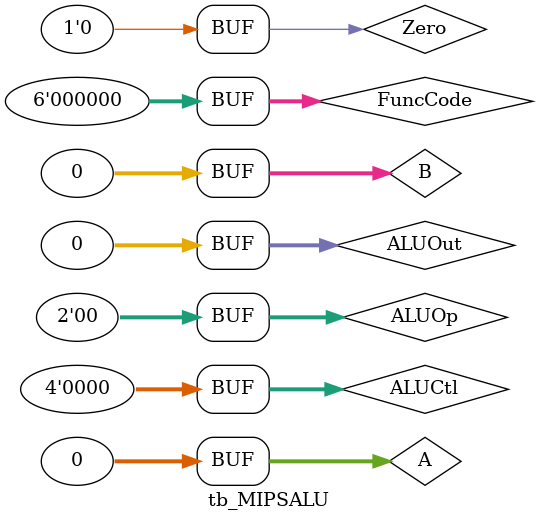
<source format=v>
/*
	REFFERENCE : "E:\Semester 8\EE587  Digital Systems Design and Synthesis\Books\Computer_Organization_and_Design_5th_Edi.pdf"
		   CHAPTER	: "Constructing a Basic Arithmetic Logic Unit"
*/
module MIPSALU(ALUCtl,A,B,ALUOut,Zero);
	input 		[3:0] ALUCtl;
	input 		[31:0] A,B;
	output 	reg 	[31:0] ALUOut;
	output		Zero;

	assign Zero = (ALUOut==0);	// Zero is true if ALUOut is 0
	always @(ALUCtl,A,B) begin	// reevaluate if these change
		case (ALUCtl)
			0: ALUOut <= A & B;
			1: ALUOut <= A | B;
			2: ALUOut <= A + B;
			6: ALUOut <= A - B;
			7: ALUOut <= A < B ? 1 : 0;
			12: ALUOut <= ~(A | B);
			default: ALUOut <= 0;
		endcase
	end
endmodule

module ALUControl (ALUOp,FuncCode,ALUCtl);
	output	reg	[1:0]	ALUOp;
	input		[5:0]	FuncCode;
	output	reg	[3:0]	ALUCtl;
	
	always case(FuncCode)
		32: ALUOp <= 2;		// ADD
		34: ALUOp <= 6;		// SUBSTRACT
		36: ALUOp <= 0;		// AND
		37: ALUOp <= 1;		// OR
		39: ALUOp <= 12;	// NOR
		42: ALUOp <= 7;		// SLT (Set Less Than)
		default: ALUOp <= 15;	// Not happened
	endcase

	always @(ALUOp)	ALUCtl <= ALUOp;
endmodule

`timescale 1 ns / 1 ps 
module tb_MIPSALU();

	reg [1:0]	ALUOp;
	reg [5:0]	FuncCode;
	
	wire 		Zero;
	reg [31:0] 	A,B;
	
	reg [31:0]	ALUOut;
	reg [3:0]	ALUCtl;
	
	MIPSALU		ALU		(ALUCtl,A,B,ALUOut,Zero);
	ALUControl	ALUCONTROL	(ALUOp,FuncCode,ALUCtl);
initial begin
	ALUOp	=	2'h0;	
	FuncCode=	6'h0;
	
	Zero	=	0;
	A	=	32'h0;
	B	=	32'h0;
	
	ALUOut	=	32'h0;
	ALUCtl	=	4'h0;

end
endmodule


</source>
